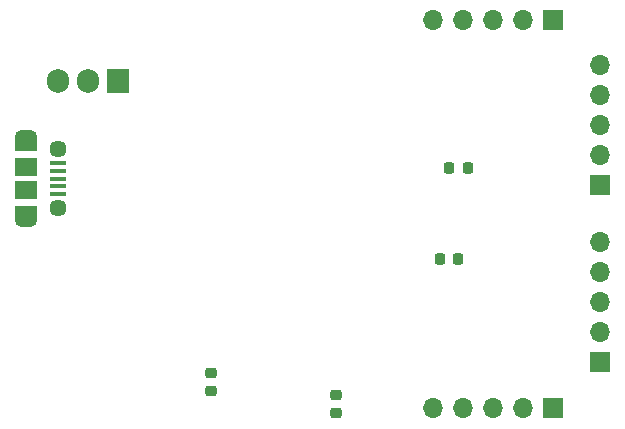
<source format=gbr>
%TF.GenerationSoftware,KiCad,Pcbnew,6.0.7-f9a2dced07~116~ubuntu22.04.1*%
%TF.CreationDate,2022-08-22T18:57:46+02:00*%
%TF.ProjectId,First,46697273-742e-46b6-9963-61645f706362,rev?*%
%TF.SameCoordinates,Original*%
%TF.FileFunction,Soldermask,Bot*%
%TF.FilePolarity,Negative*%
%FSLAX46Y46*%
G04 Gerber Fmt 4.6, Leading zero omitted, Abs format (unit mm)*
G04 Created by KiCad (PCBNEW 6.0.7-f9a2dced07~116~ubuntu22.04.1) date 2022-08-22 18:57:46*
%MOMM*%
%LPD*%
G01*
G04 APERTURE LIST*
G04 Aperture macros list*
%AMRoundRect*
0 Rectangle with rounded corners*
0 $1 Rounding radius*
0 $2 $3 $4 $5 $6 $7 $8 $9 X,Y pos of 4 corners*
0 Add a 4 corners polygon primitive as box body*
4,1,4,$2,$3,$4,$5,$6,$7,$8,$9,$2,$3,0*
0 Add four circle primitives for the rounded corners*
1,1,$1+$1,$2,$3*
1,1,$1+$1,$4,$5*
1,1,$1+$1,$6,$7*
1,1,$1+$1,$8,$9*
0 Add four rect primitives between the rounded corners*
20,1,$1+$1,$2,$3,$4,$5,0*
20,1,$1+$1,$4,$5,$6,$7,0*
20,1,$1+$1,$6,$7,$8,$9,0*
20,1,$1+$1,$8,$9,$2,$3,0*%
G04 Aperture macros list end*
%ADD10R,1.700000X1.700000*%
%ADD11O,1.700000X1.700000*%
%ADD12R,1.905000X2.000000*%
%ADD13O,1.905000X2.000000*%
%ADD14RoundRect,0.225000X-0.250000X0.225000X-0.250000X-0.225000X0.250000X-0.225000X0.250000X0.225000X0*%
%ADD15R,1.900000X1.200000*%
%ADD16C,1.450000*%
%ADD17R,1.900000X1.500000*%
%ADD18O,1.900000X1.200000*%
%ADD19R,1.350000X0.400000*%
%ADD20RoundRect,0.225000X-0.225000X-0.250000X0.225000X-0.250000X0.225000X0.250000X-0.225000X0.250000X0*%
G04 APERTURE END LIST*
D10*
%TO.C,J2*%
X145000000Y-70000000D03*
D11*
X145000000Y-67460000D03*
X145000000Y-64920000D03*
X145000000Y-62380000D03*
X145000000Y-59840000D03*
%TD*%
D10*
%TO.C,J5*%
X141000000Y-41070000D03*
D11*
X138460000Y-41070000D03*
X135920000Y-41070000D03*
X133380000Y-41070000D03*
X130840000Y-41070000D03*
%TD*%
D12*
%TO.C,U5*%
X104170000Y-46225000D03*
D13*
X101630000Y-46225000D03*
X99090000Y-46225000D03*
%TD*%
D10*
%TO.C,J4*%
X145000000Y-55000000D03*
D11*
X145000000Y-52460000D03*
X145000000Y-49920000D03*
X145000000Y-47380000D03*
X145000000Y-44840000D03*
%TD*%
D10*
%TO.C,J1*%
X141000000Y-73900000D03*
D11*
X138460000Y-73900000D03*
X135920000Y-73900000D03*
X133380000Y-73900000D03*
X130840000Y-73900000D03*
%TD*%
D14*
%TO.C,C17*%
X112000000Y-70925000D03*
X112000000Y-72475000D03*
%TD*%
%TO.C,C15*%
X122600000Y-72825000D03*
X122600000Y-74375000D03*
%TD*%
D15*
%TO.C,J3*%
X96380500Y-57385100D03*
D16*
X99080500Y-51985100D03*
D17*
X96380500Y-53485100D03*
X96380500Y-55485100D03*
D16*
X99080500Y-56985100D03*
D18*
X96380500Y-50985100D03*
X96380500Y-57985100D03*
D15*
X96380500Y-51585100D03*
D19*
X99080500Y-53185100D03*
X99080500Y-53835100D03*
X99080500Y-54485100D03*
X99080500Y-55135100D03*
X99080500Y-55785100D03*
%TD*%
D20*
%TO.C,C14*%
X131425000Y-61300000D03*
X132975000Y-61300000D03*
%TD*%
%TO.C,C16*%
X132225000Y-53600000D03*
X133775000Y-53600000D03*
%TD*%
M02*

</source>
